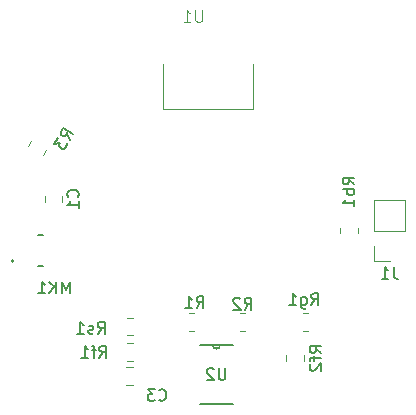
<source format=gbr>
%TF.GenerationSoftware,KiCad,Pcbnew,7.0.9*%
%TF.CreationDate,2024-04-20T20:01:19-07:00*%
%TF.ProjectId,mini_v1,6d696e69-5f76-4312-9e6b-696361645f70,rev?*%
%TF.SameCoordinates,Original*%
%TF.FileFunction,Legend,Bot*%
%TF.FilePolarity,Positive*%
%FSLAX46Y46*%
G04 Gerber Fmt 4.6, Leading zero omitted, Abs format (unit mm)*
G04 Created by KiCad (PCBNEW 7.0.9) date 2024-04-20 20:01:19*
%MOMM*%
%LPD*%
G01*
G04 APERTURE LIST*
%ADD10C,0.150000*%
%ADD11C,0.100000*%
%ADD12C,0.120000*%
%ADD13C,0.152400*%
%ADD14C,0.200000*%
%ADD15C,0.127000*%
G04 APERTURE END LIST*
D10*
X88742217Y-38945072D02*
X88496491Y-38418301D01*
X89027932Y-38450200D02*
X88161906Y-37950200D01*
X88161906Y-37950200D02*
X87971430Y-38280115D01*
X87971430Y-38280115D02*
X87965050Y-38386403D01*
X87965050Y-38386403D02*
X87982480Y-38451452D01*
X87982480Y-38451452D02*
X88041149Y-38540310D01*
X88041149Y-38540310D02*
X88164867Y-38611739D01*
X88164867Y-38611739D02*
X88271155Y-38618118D01*
X88271155Y-38618118D02*
X88336204Y-38600688D01*
X88336204Y-38600688D02*
X88425062Y-38542019D01*
X88425062Y-38542019D02*
X88615539Y-38212105D01*
X87709525Y-38733747D02*
X87400002Y-39269858D01*
X87400002Y-39269858D02*
X87896583Y-39171659D01*
X87896583Y-39171659D02*
X87825154Y-39295377D01*
X87825154Y-39295377D02*
X87818774Y-39401665D01*
X87818774Y-39401665D02*
X87836204Y-39466714D01*
X87836204Y-39466714D02*
X87894873Y-39555572D01*
X87894873Y-39555572D02*
X88101070Y-39674620D01*
X88101070Y-39674620D02*
X88207358Y-39681000D01*
X88207358Y-39681000D02*
X88272407Y-39663570D01*
X88272407Y-39663570D02*
X88361265Y-39604901D01*
X88361265Y-39604901D02*
X88504122Y-39357465D01*
X88504122Y-39357465D02*
X88510502Y-39251177D01*
X88510502Y-39251177D02*
X88493072Y-39186128D01*
X99480666Y-53159819D02*
X99813999Y-52683628D01*
X100052094Y-53159819D02*
X100052094Y-52159819D01*
X100052094Y-52159819D02*
X99671142Y-52159819D01*
X99671142Y-52159819D02*
X99575904Y-52207438D01*
X99575904Y-52207438D02*
X99528285Y-52255057D01*
X99528285Y-52255057D02*
X99480666Y-52350295D01*
X99480666Y-52350295D02*
X99480666Y-52493152D01*
X99480666Y-52493152D02*
X99528285Y-52588390D01*
X99528285Y-52588390D02*
X99575904Y-52636009D01*
X99575904Y-52636009D02*
X99671142Y-52683628D01*
X99671142Y-52683628D02*
X100052094Y-52683628D01*
X98528285Y-53159819D02*
X99099713Y-53159819D01*
X98813999Y-53159819D02*
X98813999Y-52159819D01*
X98813999Y-52159819D02*
X98909237Y-52302676D01*
X98909237Y-52302676D02*
X99004475Y-52397914D01*
X99004475Y-52397914D02*
X99099713Y-52445533D01*
X96305666Y-60938580D02*
X96353285Y-60986200D01*
X96353285Y-60986200D02*
X96496142Y-61033819D01*
X96496142Y-61033819D02*
X96591380Y-61033819D01*
X96591380Y-61033819D02*
X96734237Y-60986200D01*
X96734237Y-60986200D02*
X96829475Y-60890961D01*
X96829475Y-60890961D02*
X96877094Y-60795723D01*
X96877094Y-60795723D02*
X96924713Y-60605247D01*
X96924713Y-60605247D02*
X96924713Y-60462390D01*
X96924713Y-60462390D02*
X96877094Y-60271914D01*
X96877094Y-60271914D02*
X96829475Y-60176676D01*
X96829475Y-60176676D02*
X96734237Y-60081438D01*
X96734237Y-60081438D02*
X96591380Y-60033819D01*
X96591380Y-60033819D02*
X96496142Y-60033819D01*
X96496142Y-60033819D02*
X96353285Y-60081438D01*
X96353285Y-60081438D02*
X96305666Y-60129057D01*
X95972332Y-60033819D02*
X95353285Y-60033819D01*
X95353285Y-60033819D02*
X95686618Y-60414771D01*
X95686618Y-60414771D02*
X95543761Y-60414771D01*
X95543761Y-60414771D02*
X95448523Y-60462390D01*
X95448523Y-60462390D02*
X95400904Y-60510009D01*
X95400904Y-60510009D02*
X95353285Y-60605247D01*
X95353285Y-60605247D02*
X95353285Y-60843342D01*
X95353285Y-60843342D02*
X95400904Y-60938580D01*
X95400904Y-60938580D02*
X95448523Y-60986200D01*
X95448523Y-60986200D02*
X95543761Y-61033819D01*
X95543761Y-61033819D02*
X95829475Y-61033819D01*
X95829475Y-61033819D02*
X95924713Y-60986200D01*
X95924713Y-60986200D02*
X95972332Y-60938580D01*
X110055819Y-56951618D02*
X109579628Y-56618285D01*
X110055819Y-56380190D02*
X109055819Y-56380190D01*
X109055819Y-56380190D02*
X109055819Y-56761142D01*
X109055819Y-56761142D02*
X109103438Y-56856380D01*
X109103438Y-56856380D02*
X109151057Y-56903999D01*
X109151057Y-56903999D02*
X109246295Y-56951618D01*
X109246295Y-56951618D02*
X109389152Y-56951618D01*
X109389152Y-56951618D02*
X109484390Y-56903999D01*
X109484390Y-56903999D02*
X109532009Y-56856380D01*
X109532009Y-56856380D02*
X109579628Y-56761142D01*
X109579628Y-56761142D02*
X109579628Y-56380190D01*
X109389152Y-57237333D02*
X109389152Y-57618285D01*
X110055819Y-57380190D02*
X109198676Y-57380190D01*
X109198676Y-57380190D02*
X109103438Y-57427809D01*
X109103438Y-57427809D02*
X109055819Y-57523047D01*
X109055819Y-57523047D02*
X109055819Y-57618285D01*
X109151057Y-57904000D02*
X109103438Y-57951619D01*
X109103438Y-57951619D02*
X109055819Y-58046857D01*
X109055819Y-58046857D02*
X109055819Y-58284952D01*
X109055819Y-58284952D02*
X109103438Y-58380190D01*
X109103438Y-58380190D02*
X109151057Y-58427809D01*
X109151057Y-58427809D02*
X109246295Y-58475428D01*
X109246295Y-58475428D02*
X109341533Y-58475428D01*
X109341533Y-58475428D02*
X109484390Y-58427809D01*
X109484390Y-58427809D02*
X110055819Y-57856381D01*
X110055819Y-57856381D02*
X110055819Y-58475428D01*
X116157333Y-49668819D02*
X116157333Y-50383104D01*
X116157333Y-50383104D02*
X116204952Y-50525961D01*
X116204952Y-50525961D02*
X116300190Y-50621200D01*
X116300190Y-50621200D02*
X116443047Y-50668819D01*
X116443047Y-50668819D02*
X116538285Y-50668819D01*
X115157333Y-50668819D02*
X115728761Y-50668819D01*
X115443047Y-50668819D02*
X115443047Y-49668819D01*
X115443047Y-49668819D02*
X115538285Y-49811676D01*
X115538285Y-49811676D02*
X115633523Y-49906914D01*
X115633523Y-49906914D02*
X115728761Y-49954533D01*
X91122428Y-55318819D02*
X91455761Y-54842628D01*
X91693856Y-55318819D02*
X91693856Y-54318819D01*
X91693856Y-54318819D02*
X91312904Y-54318819D01*
X91312904Y-54318819D02*
X91217666Y-54366438D01*
X91217666Y-54366438D02*
X91170047Y-54414057D01*
X91170047Y-54414057D02*
X91122428Y-54509295D01*
X91122428Y-54509295D02*
X91122428Y-54652152D01*
X91122428Y-54652152D02*
X91170047Y-54747390D01*
X91170047Y-54747390D02*
X91217666Y-54795009D01*
X91217666Y-54795009D02*
X91312904Y-54842628D01*
X91312904Y-54842628D02*
X91693856Y-54842628D01*
X90741475Y-55271200D02*
X90646237Y-55318819D01*
X90646237Y-55318819D02*
X90455761Y-55318819D01*
X90455761Y-55318819D02*
X90360523Y-55271200D01*
X90360523Y-55271200D02*
X90312904Y-55175961D01*
X90312904Y-55175961D02*
X90312904Y-55128342D01*
X90312904Y-55128342D02*
X90360523Y-55033104D01*
X90360523Y-55033104D02*
X90455761Y-54985485D01*
X90455761Y-54985485D02*
X90598618Y-54985485D01*
X90598618Y-54985485D02*
X90693856Y-54937866D01*
X90693856Y-54937866D02*
X90741475Y-54842628D01*
X90741475Y-54842628D02*
X90741475Y-54795009D01*
X90741475Y-54795009D02*
X90693856Y-54699771D01*
X90693856Y-54699771D02*
X90598618Y-54652152D01*
X90598618Y-54652152D02*
X90455761Y-54652152D01*
X90455761Y-54652152D02*
X90360523Y-54699771D01*
X89360523Y-55318819D02*
X89931951Y-55318819D01*
X89646237Y-55318819D02*
X89646237Y-54318819D01*
X89646237Y-54318819D02*
X89741475Y-54461676D01*
X89741475Y-54461676D02*
X89836713Y-54556914D01*
X89836713Y-54556914D02*
X89931951Y-54604533D01*
X89415580Y-43753833D02*
X89463200Y-43706214D01*
X89463200Y-43706214D02*
X89510819Y-43563357D01*
X89510819Y-43563357D02*
X89510819Y-43468119D01*
X89510819Y-43468119D02*
X89463200Y-43325262D01*
X89463200Y-43325262D02*
X89367961Y-43230024D01*
X89367961Y-43230024D02*
X89272723Y-43182405D01*
X89272723Y-43182405D02*
X89082247Y-43134786D01*
X89082247Y-43134786D02*
X88939390Y-43134786D01*
X88939390Y-43134786D02*
X88748914Y-43182405D01*
X88748914Y-43182405D02*
X88653676Y-43230024D01*
X88653676Y-43230024D02*
X88558438Y-43325262D01*
X88558438Y-43325262D02*
X88510819Y-43468119D01*
X88510819Y-43468119D02*
X88510819Y-43563357D01*
X88510819Y-43563357D02*
X88558438Y-43706214D01*
X88558438Y-43706214D02*
X88606057Y-43753833D01*
X89510819Y-44706214D02*
X89510819Y-44134786D01*
X89510819Y-44420500D02*
X88510819Y-44420500D01*
X88510819Y-44420500D02*
X88653676Y-44325262D01*
X88653676Y-44325262D02*
X88748914Y-44230024D01*
X88748914Y-44230024D02*
X88796533Y-44134786D01*
X91257381Y-57350819D02*
X91590714Y-56874628D01*
X91828809Y-57350819D02*
X91828809Y-56350819D01*
X91828809Y-56350819D02*
X91447857Y-56350819D01*
X91447857Y-56350819D02*
X91352619Y-56398438D01*
X91352619Y-56398438D02*
X91305000Y-56446057D01*
X91305000Y-56446057D02*
X91257381Y-56541295D01*
X91257381Y-56541295D02*
X91257381Y-56684152D01*
X91257381Y-56684152D02*
X91305000Y-56779390D01*
X91305000Y-56779390D02*
X91352619Y-56827009D01*
X91352619Y-56827009D02*
X91447857Y-56874628D01*
X91447857Y-56874628D02*
X91828809Y-56874628D01*
X90971666Y-56684152D02*
X90590714Y-56684152D01*
X90828809Y-57350819D02*
X90828809Y-56493676D01*
X90828809Y-56493676D02*
X90781190Y-56398438D01*
X90781190Y-56398438D02*
X90685952Y-56350819D01*
X90685952Y-56350819D02*
X90590714Y-56350819D01*
X89733571Y-57350819D02*
X90304999Y-57350819D01*
X90019285Y-57350819D02*
X90019285Y-56350819D01*
X90019285Y-56350819D02*
X90114523Y-56493676D01*
X90114523Y-56493676D02*
X90209761Y-56588914D01*
X90209761Y-56588914D02*
X90304999Y-56636533D01*
X101930104Y-58255819D02*
X101930104Y-59065342D01*
X101930104Y-59065342D02*
X101882485Y-59160580D01*
X101882485Y-59160580D02*
X101834866Y-59208200D01*
X101834866Y-59208200D02*
X101739628Y-59255819D01*
X101739628Y-59255819D02*
X101549152Y-59255819D01*
X101549152Y-59255819D02*
X101453914Y-59208200D01*
X101453914Y-59208200D02*
X101406295Y-59160580D01*
X101406295Y-59160580D02*
X101358676Y-59065342D01*
X101358676Y-59065342D02*
X101358676Y-58255819D01*
X100930104Y-58351057D02*
X100882485Y-58303438D01*
X100882485Y-58303438D02*
X100787247Y-58255819D01*
X100787247Y-58255819D02*
X100549152Y-58255819D01*
X100549152Y-58255819D02*
X100453914Y-58303438D01*
X100453914Y-58303438D02*
X100406295Y-58351057D01*
X100406295Y-58351057D02*
X100358676Y-58446295D01*
X100358676Y-58446295D02*
X100358676Y-58541533D01*
X100358676Y-58541533D02*
X100406295Y-58684390D01*
X100406295Y-58684390D02*
X100977723Y-59255819D01*
X100977723Y-59255819D02*
X100358676Y-59255819D01*
X103544666Y-53286819D02*
X103877999Y-52810628D01*
X104116094Y-53286819D02*
X104116094Y-52286819D01*
X104116094Y-52286819D02*
X103735142Y-52286819D01*
X103735142Y-52286819D02*
X103639904Y-52334438D01*
X103639904Y-52334438D02*
X103592285Y-52382057D01*
X103592285Y-52382057D02*
X103544666Y-52477295D01*
X103544666Y-52477295D02*
X103544666Y-52620152D01*
X103544666Y-52620152D02*
X103592285Y-52715390D01*
X103592285Y-52715390D02*
X103639904Y-52763009D01*
X103639904Y-52763009D02*
X103735142Y-52810628D01*
X103735142Y-52810628D02*
X104116094Y-52810628D01*
X103163713Y-52382057D02*
X103116094Y-52334438D01*
X103116094Y-52334438D02*
X103020856Y-52286819D01*
X103020856Y-52286819D02*
X102782761Y-52286819D01*
X102782761Y-52286819D02*
X102687523Y-52334438D01*
X102687523Y-52334438D02*
X102639904Y-52382057D01*
X102639904Y-52382057D02*
X102592285Y-52477295D01*
X102592285Y-52477295D02*
X102592285Y-52572533D01*
X102592285Y-52572533D02*
X102639904Y-52715390D01*
X102639904Y-52715390D02*
X103211332Y-53286819D01*
X103211332Y-53286819D02*
X102592285Y-53286819D01*
X112849819Y-42687952D02*
X112373628Y-42354619D01*
X112849819Y-42116524D02*
X111849819Y-42116524D01*
X111849819Y-42116524D02*
X111849819Y-42497476D01*
X111849819Y-42497476D02*
X111897438Y-42592714D01*
X111897438Y-42592714D02*
X111945057Y-42640333D01*
X111945057Y-42640333D02*
X112040295Y-42687952D01*
X112040295Y-42687952D02*
X112183152Y-42687952D01*
X112183152Y-42687952D02*
X112278390Y-42640333D01*
X112278390Y-42640333D02*
X112326009Y-42592714D01*
X112326009Y-42592714D02*
X112373628Y-42497476D01*
X112373628Y-42497476D02*
X112373628Y-42116524D01*
X112849819Y-43116524D02*
X111849819Y-43116524D01*
X112230771Y-43116524D02*
X112183152Y-43211762D01*
X112183152Y-43211762D02*
X112183152Y-43402238D01*
X112183152Y-43402238D02*
X112230771Y-43497476D01*
X112230771Y-43497476D02*
X112278390Y-43545095D01*
X112278390Y-43545095D02*
X112373628Y-43592714D01*
X112373628Y-43592714D02*
X112659342Y-43592714D01*
X112659342Y-43592714D02*
X112754580Y-43545095D01*
X112754580Y-43545095D02*
X112802200Y-43497476D01*
X112802200Y-43497476D02*
X112849819Y-43402238D01*
X112849819Y-43402238D02*
X112849819Y-43211762D01*
X112849819Y-43211762D02*
X112802200Y-43116524D01*
X112849819Y-44545095D02*
X112849819Y-43973667D01*
X112849819Y-44259381D02*
X111849819Y-44259381D01*
X111849819Y-44259381D02*
X111992676Y-44164143D01*
X111992676Y-44164143D02*
X112087914Y-44068905D01*
X112087914Y-44068905D02*
X112135533Y-43973667D01*
D11*
X99948904Y-27929419D02*
X99948904Y-28738942D01*
X99948904Y-28738942D02*
X99901285Y-28834180D01*
X99901285Y-28834180D02*
X99853666Y-28881800D01*
X99853666Y-28881800D02*
X99758428Y-28929419D01*
X99758428Y-28929419D02*
X99567952Y-28929419D01*
X99567952Y-28929419D02*
X99472714Y-28881800D01*
X99472714Y-28881800D02*
X99425095Y-28834180D01*
X99425095Y-28834180D02*
X99377476Y-28738942D01*
X99377476Y-28738942D02*
X99377476Y-27929419D01*
X98377476Y-28929419D02*
X98948904Y-28929419D01*
X98663190Y-28929419D02*
X98663190Y-27929419D01*
X98663190Y-27929419D02*
X98758428Y-28072276D01*
X98758428Y-28072276D02*
X98853666Y-28167514D01*
X98853666Y-28167514D02*
X98948904Y-28215133D01*
D10*
X109204047Y-52905819D02*
X109537380Y-52429628D01*
X109775475Y-52905819D02*
X109775475Y-51905819D01*
X109775475Y-51905819D02*
X109394523Y-51905819D01*
X109394523Y-51905819D02*
X109299285Y-51953438D01*
X109299285Y-51953438D02*
X109251666Y-52001057D01*
X109251666Y-52001057D02*
X109204047Y-52096295D01*
X109204047Y-52096295D02*
X109204047Y-52239152D01*
X109204047Y-52239152D02*
X109251666Y-52334390D01*
X109251666Y-52334390D02*
X109299285Y-52382009D01*
X109299285Y-52382009D02*
X109394523Y-52429628D01*
X109394523Y-52429628D02*
X109775475Y-52429628D01*
X108346904Y-52239152D02*
X108346904Y-53048676D01*
X108346904Y-53048676D02*
X108394523Y-53143914D01*
X108394523Y-53143914D02*
X108442142Y-53191533D01*
X108442142Y-53191533D02*
X108537380Y-53239152D01*
X108537380Y-53239152D02*
X108680237Y-53239152D01*
X108680237Y-53239152D02*
X108775475Y-53191533D01*
X108346904Y-52858200D02*
X108442142Y-52905819D01*
X108442142Y-52905819D02*
X108632618Y-52905819D01*
X108632618Y-52905819D02*
X108727856Y-52858200D01*
X108727856Y-52858200D02*
X108775475Y-52810580D01*
X108775475Y-52810580D02*
X108823094Y-52715342D01*
X108823094Y-52715342D02*
X108823094Y-52429628D01*
X108823094Y-52429628D02*
X108775475Y-52334390D01*
X108775475Y-52334390D02*
X108727856Y-52286771D01*
X108727856Y-52286771D02*
X108632618Y-52239152D01*
X108632618Y-52239152D02*
X108442142Y-52239152D01*
X108442142Y-52239152D02*
X108346904Y-52286771D01*
X107346904Y-52905819D02*
X107918332Y-52905819D01*
X107632618Y-52905819D02*
X107632618Y-51905819D01*
X107632618Y-51905819D02*
X107727856Y-52048676D01*
X107727856Y-52048676D02*
X107823094Y-52143914D01*
X107823094Y-52143914D02*
X107918332Y-52191533D01*
X88738523Y-51924819D02*
X88738523Y-50924819D01*
X88738523Y-50924819D02*
X88405190Y-51639104D01*
X88405190Y-51639104D02*
X88071857Y-50924819D01*
X88071857Y-50924819D02*
X88071857Y-51924819D01*
X87595666Y-51924819D02*
X87595666Y-50924819D01*
X87024238Y-51924819D02*
X87452809Y-51353390D01*
X87024238Y-50924819D02*
X87595666Y-51496247D01*
X86071857Y-51924819D02*
X86643285Y-51924819D01*
X86357571Y-51924819D02*
X86357571Y-50924819D01*
X86357571Y-50924819D02*
X86452809Y-51067676D01*
X86452809Y-51067676D02*
X86548047Y-51162914D01*
X86548047Y-51162914D02*
X86643285Y-51210533D01*
D12*
%TO.C,R3*%
X86495653Y-40208250D02*
X86756905Y-39755748D01*
X85222595Y-39473250D02*
X85483847Y-39020748D01*
%TO.C,R1*%
X98832936Y-53621000D02*
X99287064Y-53621000D01*
X98832936Y-55091000D02*
X99287064Y-55091000D01*
%TO.C,C3*%
X93545748Y-58193000D02*
X94068252Y-58193000D01*
X93545748Y-59663000D02*
X94068252Y-59663000D01*
%TO.C,Rf2*%
X107088000Y-57631064D02*
X107088000Y-57176936D01*
X108558000Y-57631064D02*
X108558000Y-57176936D01*
%TO.C,J1*%
X114494000Y-44014000D02*
X117154000Y-44014000D01*
X114494000Y-46614000D02*
X114494000Y-44014000D01*
X114494000Y-46614000D02*
X117154000Y-46614000D01*
X114494000Y-47884000D02*
X114494000Y-49214000D01*
X114494000Y-49214000D02*
X115824000Y-49214000D01*
X117154000Y-46614000D02*
X117154000Y-44014000D01*
%TO.C,Rs1*%
X94064064Y-57616000D02*
X93609936Y-57616000D01*
X94064064Y-56146000D02*
X93609936Y-56146000D01*
%TO.C,C1*%
X88111000Y-44181752D02*
X88111000Y-43659248D01*
X86641000Y-44181752D02*
X86641000Y-43659248D01*
%TO.C,Rf1*%
X93609936Y-54002000D02*
X94064064Y-54002000D01*
X93609936Y-55472000D02*
X94064064Y-55472000D01*
D13*
%TO.C,U2*%
X102541853Y-61302900D02*
X99794547Y-61302900D01*
X99794547Y-56299100D02*
X102541853Y-56299100D01*
X100863400Y-56299100D02*
G75*
G03*
X101473000Y-56299100I304800J0D01*
G01*
D12*
%TO.C,R2*%
X103134936Y-53621000D02*
X103589064Y-53621000D01*
X103134936Y-55091000D02*
X103589064Y-55091000D01*
%TO.C,Rb1*%
X113130000Y-46365936D02*
X113130000Y-46820064D01*
X111660000Y-46365936D02*
X111660000Y-46820064D01*
D11*
%TO.C,U1*%
X104267000Y-36322000D02*
X96647000Y-36322000D01*
X104267000Y-32512000D02*
X104267000Y-36322000D01*
X96647000Y-36322000D02*
X96647000Y-32512000D01*
D12*
%TO.C,Rg1*%
X108484936Y-53621000D02*
X108939064Y-53621000D01*
X108484936Y-55091000D02*
X108939064Y-55091000D01*
D14*
%TO.C,MK1*%
X83979000Y-49180000D02*
G75*
G03*
X83979000Y-49180000I-100000J0D01*
G01*
D15*
X86054000Y-49585000D02*
X86454000Y-49585000D01*
X86054000Y-46935000D02*
X86454000Y-46935000D01*
%TD*%
M02*

</source>
